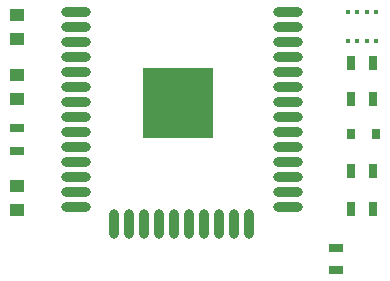
<source format=gtp>
G04 #@! TF.FileFunction,Paste,Top*
%FSLAX46Y46*%
G04 Gerber Fmt 4.6, Leading zero omitted, Abs format (unit mm)*
G04 Created by KiCad (PCBNEW 4.0.7) date Friday, February 23, 2018 'PMt' 12:04:00 PM*
%MOMM*%
%LPD*%
G01*
G04 APERTURE LIST*
%ADD10C,0.100000*%
%ADD11R,0.400000X0.400000*%
%ADD12R,0.700000X1.300000*%
%ADD13R,0.800000X0.900000*%
%ADD14R,1.300000X0.700000*%
%ADD15O,2.500000X0.900000*%
%ADD16O,0.900000X2.500000*%
%ADD17R,6.000000X6.000000*%
%ADD18R,1.250000X1.000000*%
G04 APERTURE END LIST*
D10*
D11*
X133934000Y-95618000D03*
X133134000Y-95618000D03*
X132334000Y-95618000D03*
X131534000Y-95618000D03*
X131534000Y-93218000D03*
X132334000Y-93218000D03*
X133134000Y-93218000D03*
X133934000Y-93218000D03*
D12*
X133665000Y-100584000D03*
X131765000Y-100584000D03*
D13*
X133892000Y-103505000D03*
X131792000Y-103505000D03*
D12*
X133665000Y-109855000D03*
X131765000Y-109855000D03*
D14*
X130556000Y-115062000D03*
X130556000Y-113162000D03*
D15*
X126475000Y-93175000D03*
X126475000Y-94445000D03*
X126475000Y-95715000D03*
X126475000Y-96985000D03*
X126475000Y-98255000D03*
X126475000Y-99525000D03*
X126475000Y-100795000D03*
X126475000Y-102065000D03*
X126475000Y-103335000D03*
X126475000Y-104605000D03*
X126475000Y-105875000D03*
X126475000Y-107145000D03*
X126475000Y-108415000D03*
X126475000Y-109685000D03*
D16*
X123190000Y-111175000D03*
X121920000Y-111175000D03*
X120650000Y-111175000D03*
X119380000Y-111175000D03*
X118110000Y-111175000D03*
X116840000Y-111175000D03*
X115570000Y-111175000D03*
X114300000Y-111175000D03*
X113030000Y-111175000D03*
X111760000Y-111175000D03*
D15*
X108475000Y-109685000D03*
X108475000Y-108415000D03*
X108475000Y-107145000D03*
X108475000Y-105875000D03*
X108475000Y-104605000D03*
X108475000Y-103335000D03*
X108475000Y-102065000D03*
X108475000Y-100795000D03*
X108475000Y-99525000D03*
X108475000Y-98255000D03*
X108475000Y-96985000D03*
X108475000Y-95715000D03*
X108475000Y-94445000D03*
X108475000Y-93175000D03*
D17*
X117175000Y-100875000D03*
D14*
X103505000Y-104963000D03*
X103505000Y-103063000D03*
D18*
X103505000Y-109966000D03*
X103505000Y-107966000D03*
X103505000Y-95488000D03*
X103505000Y-93488000D03*
X103505000Y-100568000D03*
X103505000Y-98568000D03*
D12*
X133665000Y-106680000D03*
X131765000Y-106680000D03*
X133665000Y-97536000D03*
X131765000Y-97536000D03*
M02*

</source>
